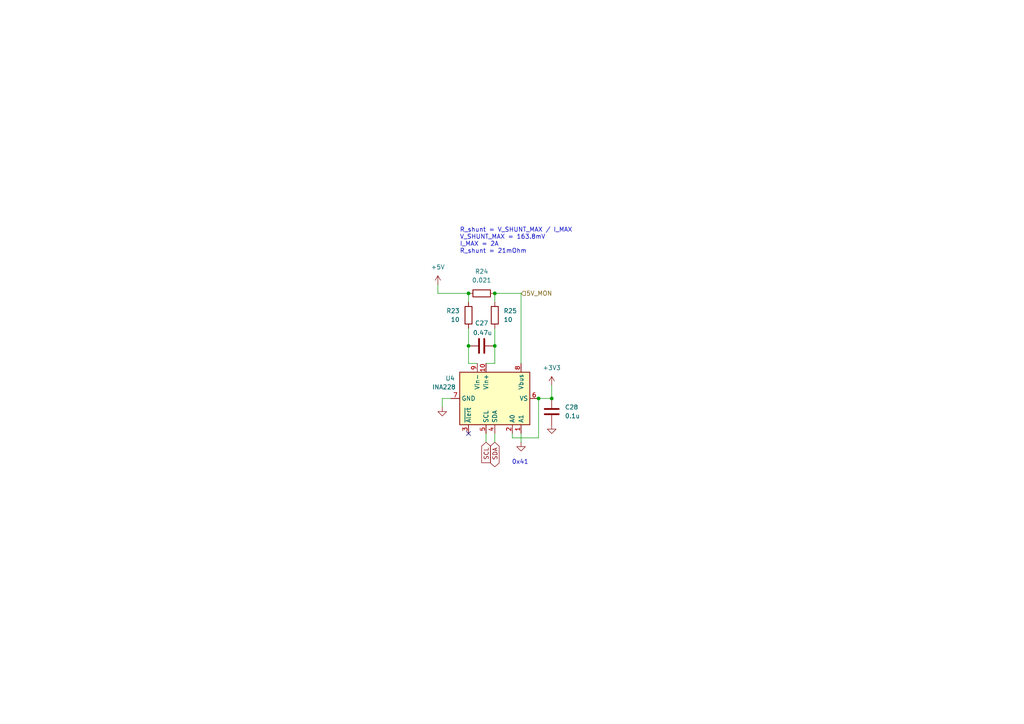
<source format=kicad_sch>
(kicad_sch (version 20250114) (generator "eeschema") (generator_version "9.0")
  (paper "A4")
  (lib_symbols
    (symbol "Device:C" (pin_numbers (hide yes)) (pin_names (offset 0.254))
      (property "Reference" "C" (at 0.635 2.54 0))
      (property "Value" "C" (at 0.635 -2.54 0))
      (symbol "C_0_1"
        (polyline (pts (xy -2.032 0.762) (xy 2.032 0.762)) (stroke (width 0.508)))
        (polyline (pts (xy -2.032 -0.762) (xy 2.032 -0.762)) (stroke (width 0.508)))
      )
      (symbol "C_1_1"
        (pin passive line (at 0 3.81 270) (length 2.794) (name "~") (number "1"))
        (pin passive line (at 0 -3.81 90) (length 2.794) (name "~") (number "2"))
      )
    )
    (symbol "Device:R" (pin_numbers (hide yes)) (pin_names (offset 0))
      (property "Reference" "R" (at 2.032 0 90))
      (property "Value" "R" (at 0 0 90))
      (symbol "R_0_1"
        (rectangle (start -1.016 -2.54) (end 1.016 2.54) (stroke (width 0.254)))
      )
      (symbol "R_1_1"
        (pin passive line (at 0 3.81 270) (length 1.27) (name "~") (number "1"))
        (pin passive line (at 0 -3.81 90) (length 1.27) (name "~") (number "2"))
      )
    )
    (symbol "GND_1" (power) (pin_numbers (hide yes)) (pin_names (offset 0) (hide yes))
      (property "Value" "GND" (at 0 -3.81 0))
      (symbol "GND_1_0_1"
        (polyline (pts (xy 0 0) (xy 0 -1.27) (xy 1.27 -1.27) (xy 0 -2.54) (xy -1.27 -1.27) (xy 0 -1.27)))
      )
      (symbol "GND_1_1_1"
        (pin power_in line (at 0 0 270) (length 0) (name "~") (number "1"))
      )
    )
    (symbol "Sensor_Energy:INA228"
      (property "Reference" "U" (at -6.35 11.43 0))
      (property "Value" "INA228" (at 3.81 11.43 0))
      (symbol "INA228_0_1"
        (rectangle (start 7.62 10.16) (end -7.62 -10.16) (stroke (width 0.254)) (fill (type background)))
      )
      (symbol "INA228_1_1"
        (pin input line (at -10.16 7.62 0) (length 2.54) (name "Vbus") (number "8"))
        (pin input line (at -10.16 -2.54 0) (length 2.54) (name "Vin+") (number "10"))
        (pin input line (at -10.16 -5.08 0) (length 2.54) (name "Vin-") (number "9"))
        (pin power_in line (at 0 12.7 270) (length 2.54) (name "VS") (number "6"))
        (pin power_in line (at 0 -12.7 90) (length 2.54) (name "GND") (number "7"))
        (pin input line (at 10.16 7.62 180) (length 2.54) (name "A1") (number "1"))
        (pin input line (at 10.16 5.08 180) (length 2.54) (name "A0") (number "2"))
        (pin bidirectional line (at 10.16 0 180) (length 2.54) (name "SDA") (number "4"))
        (pin input line (at 10.16 -2.54 180) (length 2.54) (name "SCL") (number "5"))
        (pin open_collector line (at 10.16 -7.62 180) (length 2.54) (name "~{Alert}") (number "3"))
      )
    )
    (symbol "power:+3V3" (power) (pin_numbers (hide yes)) (pin_names (offset 0) (hide yes))
      (property "Value" "+3V3" (at 0 3.556 0))
      (symbol "+3V3_0_1"
        (polyline (pts (xy -0.762 1.27) (xy 0 2.54)))
        (polyline (pts (xy 0 2.54) (xy 0.762 1.27)))
        (polyline (pts (xy 0 0) (xy 0 2.54)))
      )
      (symbol "+3V3_1_1"
        (pin power_in line (at 0 0 90) (length 0) (name "~") (number "1"))
      )
    )
    (symbol "power:+5V" (power) (pin_numbers (hide yes)) (pin_names (offset 0) (hide yes))
      (property "Value" "+5V" (at 0 3.556 0))
      (symbol "+5V_0_1"
        (polyline (pts (xy -0.762 1.27) (xy 0 2.54)))
        (polyline (pts (xy 0 2.54) (xy 0.762 1.27)))
        (polyline (pts (xy 0 0) (xy 0 2.54)))
      )
      (symbol "+5V_1_1"
        (pin power_in line (at 0 0 90) (length 0) (name "~") (number "1"))
      )
    )
  )
  (text "R_shunt = V_SHUNT_MAX / I_MAX\nV_SHUNT_MAX = 163.8mV\nI_MAX = 2A\nR_shunt = 21mOhm" (at 133.35 69.85 0) (effects (font (size 1.27 1.27)) (justify left)))
  (text "0x41" (at 150.876 134.112 0) (effects (font (size 1.27 1.27))))
  (junction (at 143.51 100.33))
  (junction (at 135.89 85.09))
  (junction (at 143.51 85.09))
  (junction (at 135.89 100.33))
  (junction (at 160.02 115.57))
  (junction (at 156.21 115.57))
  (no_connect (at 135.89 125.73))
  (wire (pts (xy 143.51 95.25) (xy 143.51 100.33)))
  (wire (pts (xy 135.89 105.41) (xy 135.89 100.33)))
  (wire (pts (xy 148.59 127) (xy 156.21 127)))
  (wire (pts (xy 156.21 115.57) (xy 160.02 115.57)))
  (wire (pts (xy 143.51 85.09) (xy 143.51 87.63)))
  (wire (pts (xy 143.51 125.73) (xy 143.51 128.27)))
  (wire (pts (xy 148.59 125.73) (xy 148.59 127)))
  (wire (pts (xy 151.13 85.09) (xy 151.13 105.41)))
  (wire (pts (xy 160.02 111.76) (xy 160.02 115.57)))
  (wire (pts (xy 128.27 118.11) (xy 128.27 115.57)))
  (wire (pts (xy 138.43 105.41) (xy 135.89 105.41)))
  (wire (pts (xy 127 85.09) (xy 135.89 85.09)))
  (wire (pts (xy 143.51 85.09) (xy 151.13 85.09)))
  (wire (pts (xy 140.97 105.41) (xy 143.51 105.41)))
  (wire (pts (xy 128.27 115.57) (xy 130.81 115.57)))
  (wire (pts (xy 151.13 125.73) (xy 151.13 128.27)))
  (wire (pts (xy 135.89 95.25) (xy 135.89 100.33)))
  (wire (pts (xy 127 82.55) (xy 127 85.09)))
  (wire (pts (xy 156.21 127) (xy 156.21 115.57)))
  (wire (pts (xy 140.97 125.73) (xy 140.97 128.27)))
  (wire (pts (xy 143.51 105.41) (xy 143.51 100.33)))
  (wire (pts (xy 135.89 85.09) (xy 135.89 87.63)))
  (global_label "SDA" (shape bidirectional) (at 143.51 128.27 270) (property "Intersheetrefs" "${INTERSHEET_REFS}" (effects (hide yes))))
  (global_label "SCL" (shape input) (at 140.97 128.27 270) (property "Intersheetrefs" "${INTERSHEET_REFS}" (effects (hide yes))))
  (hierarchical_label "5V_MON" (shape input) (at 151.13 85.09 0))
  (symbol (lib_id "Device:R") (at 143.51 91.44 180) (unit 1)
    (property "Reference" "R25" (at 146.05 90.1699 0) (effects (justify right)))
    (property "Value" "10" (at 146.05 92.7099 0) (effects (justify right)))
    (property "Footprint" "Resistor_SMD:R_0603_1608Metric" (effects (hide yes)))
    (property "Description" "Resistor" (effects (hide yes)))
  )
  (symbol (lib_id "power:+5V") (at 127 82.55 0) (unit 1)
    (property "Reference" "#PWR043" (effects (hide yes)))
    (property "Value" "+5V" (at 127 77.47 0))
    (property "Description" "Power symbol creates a global label with name \"+5V\"" (effects (hide yes)))
  )
  (symbol (lib_name "GND_1") (lib_id "power:GND") (at 160.02 123.19 0) (unit 1)
    (property "Reference" "#PWR048" (effects (hide yes)))
    (property "Value" "GND" (effects (hide yes)))
    (property "Description" "Power symbol creates a global label with name \"GND\" , ground" (effects (hide yes)))
  )
  (symbol (lib_id "power:+3V3") (at 160.02 111.76 0) (unit 1)
    (property "Reference" "#PWR047" (effects (hide yes)))
    (property "Value" "+3V3" (at 160.02 106.68 0))
    (property "Description" "Power symbol creates a global label with name \"+3V3\"" (effects (hide yes)))
  )
  (symbol (lib_name "GND_1") (lib_id "power:GND") (at 128.27 118.11 0) (unit 1)
    (property "Reference" "#PWR045" (effects (hide yes)))
    (property "Value" "GND" (effects (hide yes)))
    (property "Description" "Power symbol creates a global label with name \"GND\" , ground" (effects (hide yes)))
  )
  (symbol (lib_id "Device:R") (at 139.7 85.09 90) (unit 1)
    (property "Reference" "R24" (at 139.7 78.74 90))
    (property "Value" "0.021" (at 139.7 81.28 90))
    (property "Footprint" "Resistor_SMD:R_0805_2012Metric" (effects (hide yes)))
    (property "Description" "Resistor" (effects (hide yes)))
  )
  (symbol (lib_id "Device:R") (at 135.89 91.44 0) (mirror x) (unit 1)
    (property "Reference" "R23" (at 133.35 90.1699 0) (effects (justify right)))
    (property "Value" "10" (at 133.35 92.7099 0) (effects (justify right)))
    (property "Footprint" "Resistor_SMD:R_0603_1608Metric" (effects (hide yes)))
    (property "Description" "Resistor" (effects (hide yes)))
  )
  (symbol (lib_id "Device:C") (at 139.7 100.33 90) (unit 1)
    (property "Reference" "C27" (at 139.7 93.726 90))
    (property "Value" "0.47u" (at 139.954 96.52 90))
    (property "Footprint" "Capacitor_SMD:C_0603_1608Metric" (effects (hide yes)))
    (property "Description" "Unpolarized capacitor" (effects (hide yes)))
  )
  (symbol (lib_id "Device:C") (at 160.02 119.38 0) (unit 1)
    (property "Reference" "C28" (at 163.83 118.1099 0) (effects (justify left)))
    (property "Value" "0.1u" (at 163.83 120.6499 0) (effects (justify left)))
    (property "Footprint" "Capacitor_SMD:C_0603_1608Metric" (effects (hide yes)))
    (property "Description" "Unpolarized capacitor" (effects (hide yes)))
  )
  (symbol (lib_id "Sensor_Energy:INA228") (at 143.51 115.57 270) (unit 1)
    (property "Reference" "U4" (at 130.556 109.728 90))
    (property "Value" "INA228" (at 128.778 112.268 90))
    (property "Footprint" "Package_SO:VSSOP-10_3x3mm_P0.5mm" (effects (hide yes)))
    (property "Datasheet" "https://www.ti.com/lit/ds/symlink/ina228.pdf" (effects (hide yes)))
    (property "Description" "High-Side or Low-Side Measurement, Bi-Directional Current and Power Monitor (0-85V) with I2C, SMBus-, and PMBus-Compatible Interface, VSSOP-10" (effects (hide yes)))
  )
  (symbol (lib_name "GND_1") (lib_id "power:GND") (at 151.13 128.27 0) (unit 1)
    (property "Reference" "#PWR046" (effects (hide yes)))
    (property "Value" "GND" (effects (hide yes)))
    (property "Description" "Power symbol creates a global label with name \"GND\" , ground" (effects (hide yes)))
  )
)
</source>
